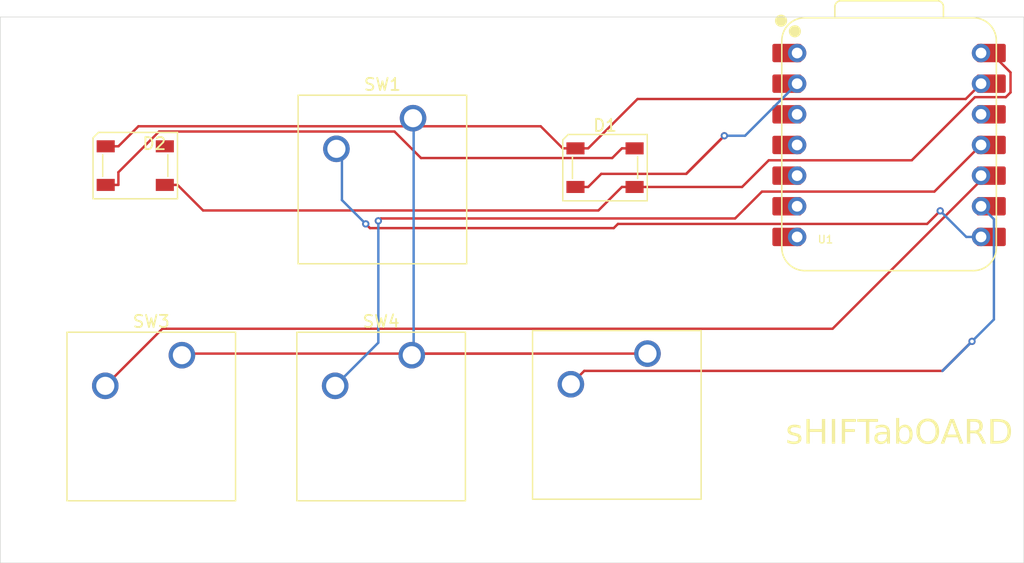
<source format=kicad_pcb>
(kicad_pcb (version 20241229) (generator "pcbnew") (generator_version "9.0")
  (layers (0 "F.Cu" signal) (2 "B.Cu" signal) (13 "F.Paste" user) (15 "B.Paste" user) (5 "F.SilkS" user "F.Silkscreen") (7 "B.SilkS" user "B.Silkscreen") (1 "F.Mask" user) (3 "B.Mask" user) (25 "Edge.Cuts" user))
  (net 0 "")
  (net 1 "GND")
  (net 2 "Net-(D1-DOUT)")
  (net 3 "Net-(U1-GPIO1{slash}RX)")
  (net 4 "Net-(U1-GPIO2{slash}SCK)")
  (net 5 "Net-(U1-GPIO4{slash}MISO)")
  (net 6 "Net-(U1-GPIO3{slash}MOSI)")
  (net 7 "unconnected-(U1-GPIO0{slash}TX-Pad7)")
  (net 8 "+5V")
  (net 9 "unconnected-(U1-3V3-Pad12)")
  (net 10 "unconnected-(U1-GPIO7{slash}SCL-Pad6)")
  (net 11 "unconnected-(U1-GPIO29{slash}ADC3{slash}A3-Pad4)")
  (net 12 "unconnected-(U1-GPIO28{slash}ADC2{slash}A2-Pad3)")
  (net 13 "unconnected-(U1-GPIO26{slash}ADC0{slash}A0-Pad1)")
  (net 14 "Net-(D1-DIN)")
  (net 16 "unconnected-(U1-GPIO6{slash}SDA-Pad5)")
  (footprint "OPL:XIAO-RP2040-DIP" (layer "F.Cu") (at 163.38 80.21)
    (property "Reference" "U1" (at -5.27 7.83 0) (layer "F.SilkS") (effects (font (size 0.635 0.635) (thickness 0.1016))))
    (property "Value" "XIAO-RP2040-DIP")
    (fp_line (start -8.89 8.509) (end -8.89 -8.636) (stroke (width 0.127)) (layer "F.SilkS"))
    (fp_line (start -6.985 10.414) (end 6.985 10.414) (stroke (width 0.127)) (layer "F.SilkS"))
    (fp_line (start -4.495 -10.541) (end -4.491272 -11.451272) (stroke (width 0.127)) (layer "F.SilkS"))
    (fp_line (start -3.991272 -11.951) (end 4.004 -11.951) (stroke (width 0.127)) (layer "F.SilkS"))
    (fp_line (start 4.504 -11.451) (end 4.504 -10.541) (stroke (width 0.127)) (layer "F.SilkS"))
    (fp_line (start 6.985 -10.541) (end -6.985 -10.541) (stroke (width 0.1)) (layer "F.SilkS"))
    (fp_line (start 6.985 -10.541) (end -6.985 -10.541) (stroke (width 0.127)) (layer "F.SilkS"))
    (fp_line (start 8.89 8.509) (end 8.89 -8.636) (stroke (width 0.127)) (layer "F.SilkS"))
    (fp_arc (start -8.89 -8.636) (mid -8.332038 -9.983038) (end -6.985 -10.541) (stroke (width 0.127)) (layer "F.SilkS"))
    (fp_arc (start -6.985 10.414) (mid -8.332038 9.856038) (end -8.89 8.509) (stroke (width 0.127)) (layer "F.SilkS"))
    (fp_arc (start -4.491272 -11.451272) (mid -4.344728 -11.80464) (end -3.991272 -11.951) (stroke (width 0.127)) (layer "F.SilkS"))
    (fp_arc (start 4.004 -11.951) (mid 4.357553 -11.804553) (end 4.504 -11.451) (stroke (width 0.127)) (layer "F.SilkS"))
    (fp_arc (start 6.985 -10.541) (mid 8.332038 -9.983038) (end 8.89 -8.636) (stroke (width 0.127)) (layer "F.SilkS"))
    (fp_arc (start 8.89 8.509) (mid 8.332038 9.856038) (end 6.985 10.414) (stroke (width 0.127)) (layer "F.SilkS"))
    (fp_circle (center -8.95 -10.3) (end -8.95 -10.554) (stroke (width 0.5)) (fill yes) (layer "F.SilkS"))
    (fp_circle (center -7.807 -9.42) (end -7.807 -9.674) (stroke (width 0.5)) (fill yes) (layer "F.SilkS"))
    (pad "1" smd roundrect (at -8.455 -7.62 180) (size 2.432 1.524) (layers "F.Cu" "F.Mask") (roundrect_rratio 0.1) (net 13 "unconnected-(U1-GPIO26{slash}ADC0{slash}A0-Pad1)"))
    (pad "1" thru_hole circle (at -7.62 -7.62 180) (size 1.524 1.524) (drill 0.889) (layers "*.Cu" "*.Mask") (net 13 "unconnected-(U1-GPIO26{slash}ADC0{slash}A0-Pad1)"))
    (pad "2" smd roundrect (at -8.455 -5.08 180) (size 2.432 1.524) (layers "F.Cu" "F.Mask") (roundrect_rratio 0.1) (net 14 "Net-(D1-DIN)"))
    (pad "2" thru_hole circle (at -7.62 -5.08 180) (size 1.524 1.524) (drill 0.889) (layers "*.Cu" "*.Mask") (net 14 "Net-(D1-DIN)"))
    (pad "3" smd roundrect (at -8.455 -2.54 180) (size 2.432 1.524) (layers "F.Cu" "F.Mask") (roundrect_rratio 0.1) (net 12 "unconnected-(U1-GPIO28{slash}ADC2{slash}A2-Pad3)"))
    (pad "3" thru_hole circle (at -7.62 -2.54 180) (size 1.524 1.524) (drill 0.889) (layers "*.Cu" "*.Mask") (net 12 "unconnected-(U1-GPIO28{slash}ADC2{slash}A2-Pad3)"))
    (pad "4" smd roundrect (at -8.455 0 180) (size 2.432 1.524) (layers "F.Cu" "F.Mask") (roundrect_rratio 0.1) (net 11 "unconnected-(U1-GPIO29{slash}ADC3{slash}A3-Pad4)"))
    (pad "4" thru_hole circle (at -7.62 0 180) (size 1.524 1.524) (drill 0.889) (layers "*.Cu" "*.Mask") (net 11 "unconnected-(U1-GPIO29{slash}ADC3{slash}A3-Pad4)"))
    (pad "5" smd roundrect (at -8.455 2.54 180) (size 2.432 1.524) (layers "F.Cu" "F.Mask") (roundrect_rratio 0.1) (net 16 "unconnected-(U1-GPIO6{slash}SDA-Pad5)"))
    (pad "5" thru_hole circle (at -7.62 2.54 180) (size 1.524 1.524) (drill 0.889) (layers "*.Cu" "*.Mask") (net 16 "unconnected-(U1-GPIO6{slash}SDA-Pad5)"))
    (pad "6" smd roundrect (at -8.455 5.08 180) (size 2.432 1.524) (layers "F.Cu" "F.Mask") (roundrect_rratio 0.1) (net 10 "unconnected-(U1-GPIO7{slash}SCL-Pad6)"))
    (pad "6" thru_hole circle (at -7.62 5.08 180) (size 1.524 1.524) (drill 0.889) (layers "*.Cu" "*.Mask") (net 10 "unconnected-(U1-GPIO7{slash}SCL-Pad6)"))
    (pad "7" smd roundrect (at -8.455 7.62 180) (size 2.432 1.524) (layers "F.Cu" "F.Mask") (roundrect_rratio 0.1) (net 7 "unconnected-(U1-GPIO0{slash}TX-Pad7)"))
    (pad "7" thru_hole circle (at -7.62 7.62 180) (size 1.524 1.524) (drill 0.889) (layers "*.Cu" "*.Mask") (net 7 "unconnected-(U1-GPIO0{slash}TX-Pad7)"))
    (pad "8" thru_hole circle (at 7.62 7.62) (size 1.524 1.524) (drill 0.889) (layers "*.Cu" "*.Mask") (net 3 "Net-(U1-GPIO1{slash}RX)"))
    (pad "8" smd roundrect (at 8.455 7.62) (size 2.432 1.524) (layers "F.Cu" "F.Mask") (roundrect_rratio 0.1) (net 3 "Net-(U1-GPIO1{slash}RX)"))
    (pad "9" thru_hole circle (at 7.62 5.08) (size 1.524 1.524) (drill 0.889) (layers "*.Cu" "*.Mask") (net 4 "Net-(U1-GPIO2{slash}SCK)"))
    (pad "9" smd roundrect (at 8.455 5.08) (size 2.432 1.524) (layers "F.Cu" "F.Mask") (roundrect_rratio 0.1) (net 4 "Net-(U1-GPIO2{slash}SCK)"))
    (pad "10" thru_hole circle (at 7.62 2.54) (size 1.524 1.524) (drill 0.889) (layers "*.Cu" "*.Mask") (net 5 "Net-(U1-GPIO4{slash}MISO)"))
    (pad "10" smd roundrect (at 8.455 2.54) (size 2.432 1.524) (layers "F.Cu" "F.Mask") (roundrect_rratio 0.1) (net 5 "Net-(U1-GPIO4{slash}MISO)"))
    (pad "11" thru_hole circle (at 7.62 0) (size 1.524 1.524) (drill 0.889) (layers "*.Cu" "*.Mask") (net 6 "Net-(U1-GPIO3{slash}MOSI)"))
    (pad "11" smd roundrect (at 8.455 0) (size 2.432 1.524) (layers "F.Cu" "F.Mask") (roundrect_rratio 0.1) (net 6 "Net-(U1-GPIO3{slash}MOSI)"))
    (pad "12" thru_hole circle (at 7.62 -2.54) (size 1.524 1.524) (drill 0.889) (layers "*.Cu" "*.Mask") (net 9 "unconnected-(U1-3V3-Pad12)"))
    (pad "12" smd roundrect (at 8.455 -2.54) (size 2.432 1.524) (layers "F.Cu" "F.Mask") (roundrect_rratio 0.1) (net 9 "unconnected-(U1-3V3-Pad12)"))
    (pad "13" thru_hole circle (at 7.62 -5.08) (size 1.524 1.524) (drill 0.889) (layers "*.Cu" "*.Mask") (net 1 "GND"))
    (pad "13" smd roundrect (at 8.455 -5.08) (size 2.432 1.524) (layers "F.Cu" "F.Mask") (roundrect_rratio 0.1) (net 1 "GND"))
    (pad "14" thru_hole circle (at 7.62 -7.62) (size 1.524 1.524) (drill 0.889) (layers "*.Cu" "*.Mask") (net 8 "+5V"))
    (pad "14" smd roundrect (at 8.455 -7.62) (size 2.432 1.524) (layers "F.Cu" "F.Mask") (roundrect_rratio 0.1) (net 8 "+5V"))
  )
  (footprint "Button_Switch_Keyboard:SW_Cherry_MX_1.00u_PCB" (layer "F.Cu") (at 123.93 77.99)
    (property "Reference" "SW1" (at -2.54 -2.794 0) (layer "F.SilkS"))
    (property "Value" "SW_Push")
    (fp_line (start -9.525 -1.905) (end 4.445 -1.905) (stroke (width 0.12)) (layer "F.SilkS"))
    (fp_line (start -9.525 12.065) (end -9.525 -1.905) (stroke (width 0.12)) (layer "F.SilkS"))
    (fp_line (start 4.445 -1.905) (end 4.445 12.065) (stroke (width 0.12)) (layer "F.SilkS"))
    (fp_line (start 4.445 12.065) (end -9.525 12.065) (stroke (width 0.12)) (layer "F.SilkS"))
    (pad "" np_thru_hole circle (at -7.62 5.08) (size 1.7 1.7) (drill 1.7) (layers "*.Cu" "*.Mask"))
    (pad "" np_thru_hole circle (at -2.54 5.08) (size 4 4) (drill 4) (layers "*.Cu" "*.Mask"))
    (pad "" np_thru_hole circle (at 2.54 5.08) (size 1.7 1.7) (drill 1.7) (layers "*.Cu" "*.Mask"))
    (pad "1" thru_hole circle (at 0 0) (size 2.2 2.2) (drill 1.5) (layers "*.Cu" "*.Mask") (net 1 "GND"))
    (pad "2" thru_hole circle (at -6.35 2.54) (size 2.2 2.2) (drill 1.5) (layers "*.Cu" "*.Mask") (net 3 "Net-(U1-GPIO1{slash}RX)"))
  )
  (footprint "Button_Switch_Keyboard:SW_Cherry_MX_1.00u_PCB" (layer "F.Cu") (at 123.825 97.6312)
    (property "Reference" "SW4" (at -2.54 -2.794 0) (layer "F.SilkS"))
    (property "Value" "SW_Push")
    (fp_line (start -9.525 -1.905) (end 4.445 -1.905) (stroke (width 0.12)) (layer "F.SilkS"))
    (fp_line (start -9.525 12.065) (end -9.525 -1.905) (stroke (width 0.12)) (layer "F.SilkS"))
    (fp_line (start 4.445 -1.905) (end 4.445 12.065) (stroke (width 0.12)) (layer "F.SilkS"))
    (fp_line (start 4.445 12.065) (end -9.525 12.065) (stroke (width 0.12)) (layer "F.SilkS"))
    (pad "" np_thru_hole circle (at -7.62 5.08) (size 1.7 1.7) (drill 1.7) (layers "*.Cu" "*.Mask"))
    (pad "" np_thru_hole circle (at -2.54 5.08) (size 4 4) (drill 4) (layers "*.Cu" "*.Mask"))
    (pad "" np_thru_hole circle (at 2.54 5.08) (size 1.7 1.7) (drill 1.7) (layers "*.Cu" "*.Mask"))
    (pad "1" thru_hole circle (at 0 0) (size 2.2 2.2) (drill 1.5) (layers "*.Cu" "*.Mask") (net 1 "GND"))
    (pad "2" thru_hole circle (at -6.35 2.54) (size 2.2 2.2) (drill 1.5) (layers "*.Cu" "*.Mask") (net 6 "Net-(U1-GPIO3{slash}MOSI)"))
  )
  (footprint "Button_Switch_Keyboard:SW_Cherry_MX_1.00u_PCB" (layer "F.Cu") (at 104.775 97.6312)
    (property "Reference" "SW3" (at -2.54 -2.794 0) (layer "F.SilkS"))
    (property "Value" "SW_Push")
    (fp_line (start -9.525 -1.905) (end 4.445 -1.905) (stroke (width 0.12)) (layer "F.SilkS"))
    (fp_line (start -9.525 12.065) (end -9.525 -1.905) (stroke (width 0.12)) (layer "F.SilkS"))
    (fp_line (start 4.445 -1.905) (end 4.445 12.065) (stroke (width 0.12)) (layer "F.SilkS"))
    (fp_line (start 4.445 12.065) (end -9.525 12.065) (stroke (width 0.12)) (layer "F.SilkS"))
    (pad "" np_thru_hole circle (at -7.62 5.08) (size 1.7 1.7) (drill 1.7) (layers "*.Cu" "*.Mask"))
    (pad "" np_thru_hole circle (at -2.54 5.08) (size 4 4) (drill 4) (layers "*.Cu" "*.Mask"))
    (pad "" np_thru_hole circle (at 2.54 5.08) (size 1.7 1.7) (drill 1.7) (layers "*.Cu" "*.Mask"))
    (pad "1" thru_hole circle (at 0 0) (size 2.2 2.2) (drill 1.5) (layers "*.Cu" "*.Mask") (net 1 "GND"))
    (pad "2" thru_hole circle (at -6.35 2.54) (size 2.2 2.2) (drill 1.5) (layers "*.Cu" "*.Mask") (net 5 "Net-(U1-GPIO4{slash}MISO)"))
  )
  (footprint "Button_Switch_Keyboard:SW_Cherry_MX_1.00u_PCB" (layer "F.Cu") (at 143.36 97.5)
    (property "Reference" "SW2" (hide yes))
    (property "Value" "SW_Push")
    (fp_line (start -9.525 -1.905) (end 4.445 -1.905) (stroke (width 0.12)) (layer "F.SilkS"))
    (fp_line (start -9.525 12.065) (end -9.525 -1.905) (stroke (width 0.12)) (layer "F.SilkS"))
    (fp_line (start 4.445 -1.905) (end 4.445 12.065) (stroke (width 0.12)) (layer "F.SilkS"))
    (fp_line (start 4.445 12.065) (end -9.525 12.065) (stroke (width 0.12)) (layer "F.SilkS"))
    (pad "" np_thru_hole circle (at -7.62 5.08) (size 1.7 1.7) (drill 1.7) (layers "*.Cu" "*.Mask"))
    (pad "" np_thru_hole circle (at -2.54 5.08) (size 4 4) (drill 4) (layers "*.Cu" "*.Mask"))
    (pad "" np_thru_hole circle (at 2.54 5.08) (size 1.7 1.7) (drill 1.7) (layers "*.Cu" "*.Mask"))
    (pad "1" thru_hole circle (at 0 0) (size 2.2 2.2) (drill 1.5) (layers "*.Cu" "*.Mask") (net 1 "GND"))
    (pad "2" thru_hole circle (at -6.35 2.54) (size 2.2 2.2) (drill 1.5) (layers "*.Cu" "*.Mask") (net 4 "Net-(U1-GPIO2{slash}SCK)"))
  )
  (footprint "LED_SMD:LED_SK6812_PLCC4_5.0x5.0mm_P3.2mm" (layer "F.Cu") (at 139.84 82.09)
    (property "Reference" "D1" (at 0 -3.5 0) (layer "F.SilkS"))
    (property "Value" "SK6812")
    (fp_line (start -3.5 -2.3) (end -3.5 2.75) (stroke (width 0.12)) (layer "F.SilkS"))
    (fp_line (start -3.05 -2.75) (end -3.5 -2.3) (stroke (width 0.12)) (layer "F.SilkS"))
    (fp_line (start -2.7 -0.9) (end -2.7 0.9) (stroke (width 0.12)) (layer "F.SilkS"))
    (fp_line (start 2.7 -0.9) (end 2.7 0.9) (stroke (width 0.12)) (layer "F.SilkS"))
    (fp_line (start 3.5 -2.75) (end -3.05 -2.75) (stroke (width 0.12)) (layer "F.SilkS"))
    (fp_line (start 3.5 2.75) (end -3.5 2.75) (stroke (width 0.12)) (layer "F.SilkS"))
    (fp_line (start 3.5 2.75) (end 3.5 -2.75) (stroke (width 0.12)) (layer "F.SilkS"))
    (pad "1" smd rect (at -2.45 -1.6 180) (size 1.5 1) (layers "F.Cu" "F.Mask" "F.Paste") (net 1 "GND"))
    (pad "2" smd rect (at -2.45 1.6 180) (size 1.5 1) (layers "F.Cu" "F.Mask" "F.Paste") (net 14 "Net-(D1-DIN)"))
    (pad "3" smd rect (at 2.45 1.6 180) (size 1.5 1) (layers "F.Cu" "F.Mask" "F.Paste") (net 8 "+5V"))
    (pad "4" smd rect (at 2.45 -1.6 180) (size 1.5 1) (layers "F.Cu" "F.Mask" "F.Paste") (net 2 "Net-(D1-DOUT)"))
  )
  (footprint "LED_SMD:LED_SK6812_PLCC4_5.0x5.0mm_P3.2mm" (layer "F.Cu") (at 100.91 81.92)
    (property "Reference" "D2" (at 1.58 -1.82 0) (layer "F.SilkS"))
    (property "Value" "SK6812" (hide yes))
    (fp_line (start -3.5 -2.3) (end -3.5 2.75) (stroke (width 0.12)) (layer "F.SilkS"))
    (fp_line (start -3.05 -2.75) (end -3.5 -2.3) (stroke (width 0.12)) (layer "F.SilkS"))
    (fp_line (start -2.7 -0.9) (end -2.7 0.9) (stroke (width 0.12)) (layer "F.SilkS"))
    (fp_line (start 2.7 -0.9) (end 2.7 0.9) (stroke (width 0.12)) (layer "F.SilkS"))
    (fp_line (start 3.5 -2.75) (end -3.05 -2.75) (stroke (width 0.12)) (layer "F.SilkS"))
    (fp_line (start 3.5 2.75) (end -3.5 2.75) (stroke (width 0.12)) (layer "F.SilkS"))
    (fp_line (start 3.5 2.75) (end 3.5 -2.75) (stroke (width 0.12)) (layer "F.SilkS"))
    (pad "1" smd rect (at -2.45 -1.6 180) (size 1.5 1) (layers "F.Cu" "F.Mask" "F.Paste") (net 1 "GND"))
    (pad "2" smd rect (at -2.45 1.6 180) (size 1.5 1) (layers "F.Cu" "F.Mask" "F.Paste") (net 2 "Net-(D1-DOUT)"))
    (pad "3" smd rect (at 2.45 1.6 180) (size 1.5 1) (layers "F.Cu" "F.Mask" "F.Paste") (net 8 "+5V"))
    (pad "4" smd rect (at 2.45 -1.6 180) (size 1.5 1) (layers "F.Cu" "F.Mask" "F.Paste"))
  )
  (gr_rect (start 89.725 69.60375) (end 174.54875 114.8475) (stroke (width 0.05)) (fill no) (layer "Edge.Cuts"))
  (gr_text "sHIFTabOARD" (at 154.8 105.3 0) (layer "F.SilkS") (effects (font (size 2 2) (thickness 0.1)) (justify left bottom)))
  (segment (start 133.6581 97.5) (end 123.9562 97.5) (width 0.2) (layer "F.Cu") (net 1))
  (segment (start 101.1717 78.66) (end 99.5117 80.32) (width 0.2) (layer "F.Cu") (net 1))
  (segment (start 123.93 78.66) (end 123.93 77.99) (width 0.2) (layer "F.Cu") (net 1))
  (segment (start 123.93 78.66) (end 101.1717 78.66) (width 0.2) (layer "F.Cu") (net 1))
  (segment (start 133.6581 97.5) (end 104.9062 97.5) (width 0.2) (layer "F.Cu") (net 1))
  (segment (start 143.36 97.5) (end 133.6581 97.5) (width 0.2) (layer "F.Cu") (net 1))
  (segment (start 104.9062 97.5) (end 104.775 97.6312) (width 0.2) (layer "F.Cu") (net 1))
  (segment (start 137.39 80.49) (end 136.3383 80.49) (width 0.2) (layer "F.Cu") (net 1))
  (segment (start 137.39 80.49) (end 138.4417 80.49) (width 0.2) (layer "F.Cu") (net 1))
  (segment (start 123.9562 97.5) (end 123.825 97.6312) (width 0.2) (layer "F.Cu") (net 1))
  (segment (start 134.5083 78.66) (end 123.93 78.66) (width 0.2) (layer "F.Cu") (net 1))
  (segment (start 136.3383 80.49) (end 134.5083 78.66) (width 0.2) (layer "F.Cu") (net 1))
  (segment (start 142.5317 76.4) (end 169.73 76.4) (width 0.2) (layer "F.Cu") (net 1))
  (segment (start 169.73 76.4) (end 171 75.13) (width 0.2) (layer "F.Cu") (net 1))
  (segment (start 138.4417 80.49) (end 142.5317 76.4) (width 0.2) (layer "F.Cu") (net 1))
  (segment (start 98.46 80.32) (end 99.5117 80.32) (width 0.2) (layer "F.Cu") (net 1))
  (segment (start 171.835 75.13) (end 171 75.13) (width 0.2) (layer "F.Cu") (net 1))
  (segment (start 123.93 77.99) (end 123.9808 78.0408) (width 0.2) (layer "B.Cu") (net 1))
  (segment (start 123.9808 97.4754) (end 123.825 97.6312) (width 0.2) (layer "B.Cu") (net 1))
  (segment (start 123.9808 78.0408) (end 123.9808 97.4754) (width 0.2) (layer "B.Cu") (net 1))
  (segment (start 124.589 81.2917) (end 140.4366 81.2917) (width 0.2) (layer "F.Cu") (net 2))
  (segment (start 122.3923 79.095) (end 124.589 81.2917) (width 0.2) (layer "F.Cu") (net 2))
  (segment (start 99.5117 83.52) (end 99.5117 82.4683) (width 0.2) (layer "F.Cu") (net 2))
  (segment (start 98.46 83.52) (end 99.5117 83.52) (width 0.2) (layer "F.Cu") (net 2))
  (segment (start 102.885 79.095) (end 122.3923 79.095) (width 0.2) (layer "F.Cu") (net 2))
  (segment (start 142.29 80.49) (end 141.2383 80.49) (width 0.2) (layer "F.Cu") (net 2))
  (segment (start 140.4366 81.2917) (end 141.2383 80.49) (width 0.2) (layer "F.Cu") (net 2))
  (segment (start 99.5117 82.4683) (end 102.885 79.095) (width 0.2) (layer "F.Cu") (net 2))
  (segment (start 166.5329 86.7528) (end 167.6168 85.6689) (width 0.2) (layer "F.Cu") (net 3))
  (segment (start 140.5619 87.0998) (end 140.9089 86.7528) (width 0.2) (layer "F.Cu") (net 3))
  (segment (start 120.3595 87.0998) (end 140.5619 87.0998) (width 0.2) (layer "F.Cu") (net 3))
  (segment (start 140.9089 86.7528) (end 166.5329 86.7528) (width 0.2) (layer "F.Cu") (net 3))
  (segment (start 171.835 87.83) (end 171 87.83) (width 0.2) (layer "F.Cu") (net 3))
  (segment (start 120.011 86.7513) (end 120.3595 87.0998) (width 0.2) (layer "F.Cu") (net 3))
  (via (at 167.6168 85.6689) (size 0.6) (drill 0.3) (layers "F.Cu" "B.Cu") (net 3))
  (via (at 120.011 86.7513) (size 0.6) (drill 0.3) (layers "F.Cu" "B.Cu") (net 3))
  (segment (start 118.0369 84.7772) (end 118.0369 80.9869) (width 0.2) (layer "B.Cu") (net 3))
  (segment (start 118.0369 80.9869) (end 117.58 80.53) (width 0.2) (layer "B.Cu") (net 3))
  (segment (start 171 87.83) (end 169.7779 87.83) (width 0.2) (layer "B.Cu") (net 3))
  (segment (start 120.011 86.7513) (end 118.0369 84.7772) (width 0.2) (layer "B.Cu") (net 3))
  (segment (start 169.7779 87.83) (end 167.6168 85.6689) (width 0.2) (layer "B.Cu") (net 3))
  (segment (start 167.8066 98.9317) (end 170.2523 96.486) (width 0.2) (layer "F.Cu") (net 4))
  (segment (start 170.2523 96.486) (end 167.8066 98.9317) (width 0.2) (layer "F.Cu") (net 4))
  (segment (start 167.8066 98.9317) (end 138.1183 98.9317) (width 0.2) (layer "F.Cu") (net 4))
  (segment (start 171.835 85.29) (end 171 85.29) (width 0.2) (layer "F.Cu") (net 4))
  (segment (start 170.2523 96.486) (end 167.8066 98.9317) (width 0.2) (layer "F.Cu") (net 4))
  (segment (start 138.1183 98.9317) (end 137.01 100.04) (width 0.2) (layer "F.Cu") (net 4))
  (via (at 170.2523 96.486) (size 0.6) (drill 0.3) (layers "F.Cu" "B.Cu") (net 4))
  (segment (start 172.0677 86.3577) (end 172.0677 94.6706) (width 0.2) (layer "B.Cu") (net 4))
  (segment (start 172.0677 94.6706) (end 170.2523 96.486) (width 0.2) (layer "B.Cu") (net 4))
  (segment (start 167.8066 98.9317) (end 170.2523 96.486) (width 0.2) (layer "B.Cu") (net 4))
  (segment (start 170.2523 96.486) (end 167.8066 98.9317) (width 0.2) (layer "B.Cu") (net 4))
  (segment (start 171 85.29) (end 172.0677 86.3577) (width 0.2) (layer "B.Cu") (net 4))
  (segment (start 171 83.1366) (end 171 82.75) (width 0.2) (layer "F.Cu") (net 5))
  (segment (start 103.1551 95.4411) (end 158.6955 95.4411) (width 0.2) (layer "F.Cu") (net 5))
  (segment (start 98.425 100.1712) (end 103.1551 95.4411) (width 0.2) (layer "F.Cu") (net 5))
  (segment (start 158.6955 95.4411) (end 171 83.1366) (width 0.2) (layer "F.Cu") (net 5))
  (segment (start 171.835 82.75) (end 171 82.75) (width 0.2) (layer "F.Cu") (net 5))
  (segment (start 171.835 80.21) (end 171 80.21) (width 0.2) (layer "F.Cu") (net 6))
  (segment (start 121.2521 86.2993) (end 150.6196 86.2993) (width 0.2) (layer "F.Cu") (net 6))
  (segment (start 152.8449 84.074) (end 167.136 84.074) (width 0.2) (layer "F.Cu") (net 6))
  (segment (start 167.136 84.074) (end 171 80.21) (width 0.2) (layer "F.Cu") (net 6))
  (segment (start 150.6196 86.2993) (end 152.8449 84.074) (width 0.2) (layer "F.Cu") (net 6))
  (segment (start 121.0533 86.4981) (end 121.2521 86.2993) (width 0.2) (layer "F.Cu") (net 6))
  (via (at 121.0533 86.4981) (size 0.6) (drill 0.3) (layers "F.Cu" "B.Cu") (net 6))
  (segment (start 117.475 100.1712) (end 121.0533 96.5929) (width 0.2) (layer "B.Cu") (net 6))
  (segment (start 121.0533 96.5929) (end 121.0533 86.4981) (width 0.2) (layer "B.Cu") (net 6))
  (segment (start 154.925 87.83) (end 155.76 87.83) (width 0.2) (layer "F.Cu") (net 7))
  (segment (start 103.36 83.52) (end 104.4117 83.52) (width 0.2) (layer "F.Cu") (net 8))
  (segment (start 173.4463 74.2013) (end 173.4463 75.8535) (width 0.2) (layer "F.Cu") (net 8))
  (segment (start 170.4911 76.2469) (end 165.258 81.48) (width 0.2) (layer "F.Cu") (net 8))
  (segment (start 139.2909 85.6374) (end 106.5291 85.6374) (width 0.2) (layer "F.Cu") (net 8))
  (segment (start 106.5291 85.6374) (end 104.4117 83.52) (width 0.2) (layer "F.Cu") (net 8))
  (segment (start 142.29 83.69) (end 143.3417 83.69) (width 0.2) (layer "F.Cu") (net 8))
  (segment (start 141.2383 83.69) (end 139.2909 85.6374) (width 0.2) (layer "F.Cu") (net 8))
  (segment (start 171.835 72.59) (end 173.4463 74.2013) (width 0.2) (layer "F.Cu") (net 8))
  (segment (start 173.4463 75.8535) (end 173.0529 76.2469) (width 0.2) (layer "F.Cu") (net 8))
  (segment (start 165.258 81.48) (end 153.4082 81.48) (width 0.2) (layer "F.Cu") (net 8))
  (segment (start 151.1982 83.69) (end 143.3417 83.69) (width 0.2) (layer "F.Cu") (net 8))
  (segment (start 142.29 83.69) (end 141.2383 83.69) (width 0.2) (layer "F.Cu") (net 8))
  (segment (start 171 72.59) (end 171.835 72.59) (width 0.2) (layer "F.Cu") (net 8))
  (segment (start 153.4082 81.48) (end 151.1982 83.69) (width 0.2) (layer "F.Cu") (net 8))
  (segment (start 173.0529 76.2469) (end 170.4911 76.2469) (width 0.2) (layer "F.Cu") (net 8))
  (segment (start 171 77.67) (end 171.835 77.67) (width 0.2) (layer "F.Cu") (net 9))
  (segment (start 154.925 85.29) (end 155.76 85.29) (width 0.2) (layer "F.Cu") (net 10))
  (segment (start 154.925 80.21) (end 155.76 80.21) (width 0.2) (layer "F.Cu") (net 11))
  (segment (start 155.76 77.67) (end 154.925 77.67) (width 0.2) (layer "F.Cu") (net 12))
  (segment (start 155.76 72.59) (end 154.925 72.59) (width 0.2) (layer "F.Cu") (net 13))
  (segment (start 149.729 79.4442) (end 146.5689 82.6043) (width 0.2) (layer "F.Cu") (net 14))
  (segment (start 137.39 83.69) (end 138.4417 83.69) (width 0.2) (layer "F.Cu") (net 14))
  (segment (start 155.76 75.13) (end 154.925 75.13) (width 0.2) (layer "F.Cu") (net 14))
  (segment (start 139.5274 82.6043) (end 138.4417 83.69) (width 0.2) (layer "F.Cu") (net 14))
  (segment (start 146.5689 82.6043) (end 139.5274 82.6043) (width 0.2) (layer "F.Cu") (net 14))
  (segment (start 149.729 79.4442) (end 146.5689 82.6043) (width 0.2) (layer "F.Cu") (net 14))
  (segment (start 146.5689 82.6043) (end 149.729 79.4442) (width 0.2) (layer "F.Cu") (net 14))
  (via (at 149.729 79.4442) (size 0.6) (drill 0.3) (layers "F.Cu" "B.Cu") (net 14))
  (segment (start 151.4458 79.4442) (end 149.729 79.4442) (width 0.2) (layer "B.Cu") (net 14))
  (segment (start 155.76 75.13) (end 151.4458 79.4442) (width 0.2) (layer "B.Cu") (net 14))
  (segment (start 155.76 82.75) (end 154.925 82.75) (width 0.2) (layer "F.Cu") (net 16))
)
</source>
